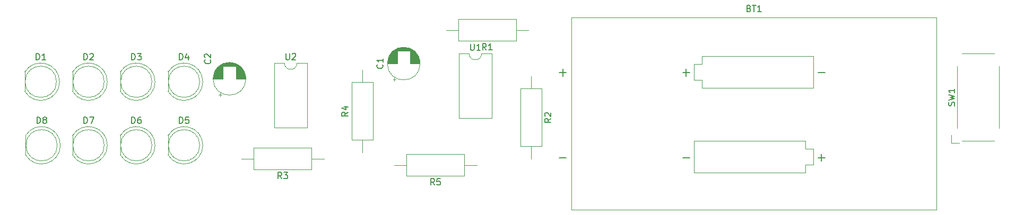
<source format=gbr>
%TF.GenerationSoftware,KiCad,Pcbnew,(6.0.11-0)*%
%TF.CreationDate,2023-01-30T23:51:33+08:00*%
%TF.ProjectId,led_stick,6c65645f-7374-4696-936b-2e6b69636164,rev?*%
%TF.SameCoordinates,Original*%
%TF.FileFunction,Legend,Top*%
%TF.FilePolarity,Positive*%
%FSLAX46Y46*%
G04 Gerber Fmt 4.6, Leading zero omitted, Abs format (unit mm)*
G04 Created by KiCad (PCBNEW (6.0.11-0)) date 2023-01-30 23:51:33*
%MOMM*%
%LPD*%
G01*
G04 APERTURE LIST*
%ADD10C,0.150000*%
%ADD11C,0.120000*%
G04 APERTURE END LIST*
D10*
%TO.C,U2*%
X81026095Y-92001380D02*
X81026095Y-92810904D01*
X81073714Y-92906142D01*
X81121333Y-92953761D01*
X81216571Y-93001380D01*
X81407047Y-93001380D01*
X81502285Y-92953761D01*
X81549904Y-92906142D01*
X81597523Y-92810904D01*
X81597523Y-92001380D01*
X82026095Y-92096619D02*
X82073714Y-92049000D01*
X82168952Y-92001380D01*
X82407047Y-92001380D01*
X82502285Y-92049000D01*
X82549904Y-92096619D01*
X82597523Y-92191857D01*
X82597523Y-92287095D01*
X82549904Y-92429952D01*
X81978476Y-93001380D01*
X82597523Y-93001380D01*
%TO.C,U1*%
X110490095Y-90477380D02*
X110490095Y-91286904D01*
X110537714Y-91382142D01*
X110585333Y-91429761D01*
X110680571Y-91477380D01*
X110871047Y-91477380D01*
X110966285Y-91429761D01*
X111013904Y-91382142D01*
X111061523Y-91286904D01*
X111061523Y-90477380D01*
X112061523Y-91477380D02*
X111490095Y-91477380D01*
X111775809Y-91477380D02*
X111775809Y-90477380D01*
X111680571Y-90620238D01*
X111585333Y-90715476D01*
X111490095Y-90763095D01*
%TO.C,SW1*%
X187702261Y-100350833D02*
X187749880Y-100207976D01*
X187749880Y-99969880D01*
X187702261Y-99874642D01*
X187654642Y-99827023D01*
X187559404Y-99779404D01*
X187464166Y-99779404D01*
X187368928Y-99827023D01*
X187321309Y-99874642D01*
X187273690Y-99969880D01*
X187226071Y-100160357D01*
X187178452Y-100255595D01*
X187130833Y-100303214D01*
X187035595Y-100350833D01*
X186940357Y-100350833D01*
X186845119Y-100303214D01*
X186797500Y-100255595D01*
X186749880Y-100160357D01*
X186749880Y-99922261D01*
X186797500Y-99779404D01*
X186749880Y-99446071D02*
X187749880Y-99207976D01*
X187035595Y-99017500D01*
X187749880Y-98827023D01*
X186749880Y-98588928D01*
X187749880Y-97684166D02*
X187749880Y-98255595D01*
X187749880Y-97969880D02*
X186749880Y-97969880D01*
X186892738Y-98065119D01*
X186987976Y-98160357D01*
X187035595Y-98255595D01*
%TO.C,R5*%
X104735333Y-113027380D02*
X104402000Y-112551190D01*
X104163904Y-113027380D02*
X104163904Y-112027380D01*
X104544857Y-112027380D01*
X104640095Y-112075000D01*
X104687714Y-112122619D01*
X104735333Y-112217857D01*
X104735333Y-112360714D01*
X104687714Y-112455952D01*
X104640095Y-112503571D01*
X104544857Y-112551190D01*
X104163904Y-112551190D01*
X105640095Y-112027380D02*
X105163904Y-112027380D01*
X105116285Y-112503571D01*
X105163904Y-112455952D01*
X105259142Y-112408333D01*
X105497238Y-112408333D01*
X105592476Y-112455952D01*
X105640095Y-112503571D01*
X105687714Y-112598809D01*
X105687714Y-112836904D01*
X105640095Y-112932142D01*
X105592476Y-112979761D01*
X105497238Y-113027380D01*
X105259142Y-113027380D01*
X105163904Y-112979761D01*
X105116285Y-112932142D01*
%TO.C,R4*%
X90950380Y-101385666D02*
X90474190Y-101719000D01*
X90950380Y-101957095D02*
X89950380Y-101957095D01*
X89950380Y-101576142D01*
X89998000Y-101480904D01*
X90045619Y-101433285D01*
X90140857Y-101385666D01*
X90283714Y-101385666D01*
X90378952Y-101433285D01*
X90426571Y-101480904D01*
X90474190Y-101576142D01*
X90474190Y-101957095D01*
X90283714Y-100528523D02*
X90950380Y-100528523D01*
X89902761Y-100766619D02*
X90617047Y-101004714D01*
X90617047Y-100385666D01*
%TO.C,R3*%
X80351333Y-112011380D02*
X80018000Y-111535190D01*
X79779904Y-112011380D02*
X79779904Y-111011380D01*
X80160857Y-111011380D01*
X80256095Y-111059000D01*
X80303714Y-111106619D01*
X80351333Y-111201857D01*
X80351333Y-111344714D01*
X80303714Y-111439952D01*
X80256095Y-111487571D01*
X80160857Y-111535190D01*
X79779904Y-111535190D01*
X80684666Y-111011380D02*
X81303714Y-111011380D01*
X80970380Y-111392333D01*
X81113238Y-111392333D01*
X81208476Y-111439952D01*
X81256095Y-111487571D01*
X81303714Y-111582809D01*
X81303714Y-111820904D01*
X81256095Y-111916142D01*
X81208476Y-111963761D01*
X81113238Y-112011380D01*
X80827523Y-112011380D01*
X80732285Y-111963761D01*
X80684666Y-111916142D01*
%TO.C,R2*%
X123314380Y-102401666D02*
X122838190Y-102735000D01*
X123314380Y-102973095D02*
X122314380Y-102973095D01*
X122314380Y-102592142D01*
X122362000Y-102496904D01*
X122409619Y-102449285D01*
X122504857Y-102401666D01*
X122647714Y-102401666D01*
X122742952Y-102449285D01*
X122790571Y-102496904D01*
X122838190Y-102592142D01*
X122838190Y-102973095D01*
X122409619Y-102020714D02*
X122362000Y-101973095D01*
X122314380Y-101877857D01*
X122314380Y-101639761D01*
X122362000Y-101544523D01*
X122409619Y-101496904D01*
X122504857Y-101449285D01*
X122600095Y-101449285D01*
X122742952Y-101496904D01*
X123314380Y-102068333D01*
X123314380Y-101449285D01*
%TO.C,R1*%
X112990333Y-91437380D02*
X112657000Y-90961190D01*
X112418904Y-91437380D02*
X112418904Y-90437380D01*
X112799857Y-90437380D01*
X112895095Y-90485000D01*
X112942714Y-90532619D01*
X112990333Y-90627857D01*
X112990333Y-90770714D01*
X112942714Y-90865952D01*
X112895095Y-90913571D01*
X112799857Y-90961190D01*
X112418904Y-90961190D01*
X113942714Y-91437380D02*
X113371285Y-91437380D01*
X113657000Y-91437380D02*
X113657000Y-90437380D01*
X113561761Y-90580238D01*
X113466523Y-90675476D01*
X113371285Y-90723095D01*
%TO.C,D8*%
X41298904Y-103172380D02*
X41298904Y-102172380D01*
X41537000Y-102172380D01*
X41679857Y-102220000D01*
X41775095Y-102315238D01*
X41822714Y-102410476D01*
X41870333Y-102600952D01*
X41870333Y-102743809D01*
X41822714Y-102934285D01*
X41775095Y-103029523D01*
X41679857Y-103124761D01*
X41537000Y-103172380D01*
X41298904Y-103172380D01*
X42441761Y-102600952D02*
X42346523Y-102553333D01*
X42298904Y-102505714D01*
X42251285Y-102410476D01*
X42251285Y-102362857D01*
X42298904Y-102267619D01*
X42346523Y-102220000D01*
X42441761Y-102172380D01*
X42632238Y-102172380D01*
X42727476Y-102220000D01*
X42775095Y-102267619D01*
X42822714Y-102362857D01*
X42822714Y-102410476D01*
X42775095Y-102505714D01*
X42727476Y-102553333D01*
X42632238Y-102600952D01*
X42441761Y-102600952D01*
X42346523Y-102648571D01*
X42298904Y-102696190D01*
X42251285Y-102791428D01*
X42251285Y-102981904D01*
X42298904Y-103077142D01*
X42346523Y-103124761D01*
X42441761Y-103172380D01*
X42632238Y-103172380D01*
X42727476Y-103124761D01*
X42775095Y-103077142D01*
X42822714Y-102981904D01*
X42822714Y-102791428D01*
X42775095Y-102696190D01*
X42727476Y-102648571D01*
X42632238Y-102600952D01*
%TO.C,D7*%
X48791904Y-103172380D02*
X48791904Y-102172380D01*
X49030000Y-102172380D01*
X49172857Y-102220000D01*
X49268095Y-102315238D01*
X49315714Y-102410476D01*
X49363333Y-102600952D01*
X49363333Y-102743809D01*
X49315714Y-102934285D01*
X49268095Y-103029523D01*
X49172857Y-103124761D01*
X49030000Y-103172380D01*
X48791904Y-103172380D01*
X49696666Y-102172380D02*
X50363333Y-102172380D01*
X49934761Y-103172380D01*
%TO.C,D6*%
X56411904Y-103172380D02*
X56411904Y-102172380D01*
X56650000Y-102172380D01*
X56792857Y-102220000D01*
X56888095Y-102315238D01*
X56935714Y-102410476D01*
X56983333Y-102600952D01*
X56983333Y-102743809D01*
X56935714Y-102934285D01*
X56888095Y-103029523D01*
X56792857Y-103124761D01*
X56650000Y-103172380D01*
X56411904Y-103172380D01*
X57840476Y-102172380D02*
X57650000Y-102172380D01*
X57554761Y-102220000D01*
X57507142Y-102267619D01*
X57411904Y-102410476D01*
X57364285Y-102600952D01*
X57364285Y-102981904D01*
X57411904Y-103077142D01*
X57459523Y-103124761D01*
X57554761Y-103172380D01*
X57745238Y-103172380D01*
X57840476Y-103124761D01*
X57888095Y-103077142D01*
X57935714Y-102981904D01*
X57935714Y-102743809D01*
X57888095Y-102648571D01*
X57840476Y-102600952D01*
X57745238Y-102553333D01*
X57554761Y-102553333D01*
X57459523Y-102600952D01*
X57411904Y-102648571D01*
X57364285Y-102743809D01*
%TO.C,D5*%
X64031904Y-103172380D02*
X64031904Y-102172380D01*
X64270000Y-102172380D01*
X64412857Y-102220000D01*
X64508095Y-102315238D01*
X64555714Y-102410476D01*
X64603333Y-102600952D01*
X64603333Y-102743809D01*
X64555714Y-102934285D01*
X64508095Y-103029523D01*
X64412857Y-103124761D01*
X64270000Y-103172380D01*
X64031904Y-103172380D01*
X65508095Y-102172380D02*
X65031904Y-102172380D01*
X64984285Y-102648571D01*
X65031904Y-102600952D01*
X65127142Y-102553333D01*
X65365238Y-102553333D01*
X65460476Y-102600952D01*
X65508095Y-102648571D01*
X65555714Y-102743809D01*
X65555714Y-102981904D01*
X65508095Y-103077142D01*
X65460476Y-103124761D01*
X65365238Y-103172380D01*
X65127142Y-103172380D01*
X65031904Y-103124761D01*
X64984285Y-103077142D01*
%TO.C,D4*%
X64031904Y-93012380D02*
X64031904Y-92012380D01*
X64270000Y-92012380D01*
X64412857Y-92060000D01*
X64508095Y-92155238D01*
X64555714Y-92250476D01*
X64603333Y-92440952D01*
X64603333Y-92583809D01*
X64555714Y-92774285D01*
X64508095Y-92869523D01*
X64412857Y-92964761D01*
X64270000Y-93012380D01*
X64031904Y-93012380D01*
X65460476Y-92345714D02*
X65460476Y-93012380D01*
X65222380Y-91964761D02*
X64984285Y-92679047D01*
X65603333Y-92679047D01*
%TO.C,D3*%
X56411904Y-93012380D02*
X56411904Y-92012380D01*
X56650000Y-92012380D01*
X56792857Y-92060000D01*
X56888095Y-92155238D01*
X56935714Y-92250476D01*
X56983333Y-92440952D01*
X56983333Y-92583809D01*
X56935714Y-92774285D01*
X56888095Y-92869523D01*
X56792857Y-92964761D01*
X56650000Y-93012380D01*
X56411904Y-93012380D01*
X57316666Y-92012380D02*
X57935714Y-92012380D01*
X57602380Y-92393333D01*
X57745238Y-92393333D01*
X57840476Y-92440952D01*
X57888095Y-92488571D01*
X57935714Y-92583809D01*
X57935714Y-92821904D01*
X57888095Y-92917142D01*
X57840476Y-92964761D01*
X57745238Y-93012380D01*
X57459523Y-93012380D01*
X57364285Y-92964761D01*
X57316666Y-92917142D01*
%TO.C,D2*%
X48791904Y-93012380D02*
X48791904Y-92012380D01*
X49030000Y-92012380D01*
X49172857Y-92060000D01*
X49268095Y-92155238D01*
X49315714Y-92250476D01*
X49363333Y-92440952D01*
X49363333Y-92583809D01*
X49315714Y-92774285D01*
X49268095Y-92869523D01*
X49172857Y-92964761D01*
X49030000Y-93012380D01*
X48791904Y-93012380D01*
X49744285Y-92107619D02*
X49791904Y-92060000D01*
X49887142Y-92012380D01*
X50125238Y-92012380D01*
X50220476Y-92060000D01*
X50268095Y-92107619D01*
X50315714Y-92202857D01*
X50315714Y-92298095D01*
X50268095Y-92440952D01*
X49696666Y-93012380D01*
X50315714Y-93012380D01*
%TO.C,D1*%
X41171904Y-93012380D02*
X41171904Y-92012380D01*
X41410000Y-92012380D01*
X41552857Y-92060000D01*
X41648095Y-92155238D01*
X41695714Y-92250476D01*
X41743333Y-92440952D01*
X41743333Y-92583809D01*
X41695714Y-92774285D01*
X41648095Y-92869523D01*
X41552857Y-92964761D01*
X41410000Y-93012380D01*
X41171904Y-93012380D01*
X42695714Y-93012380D02*
X42124285Y-93012380D01*
X42410000Y-93012380D02*
X42410000Y-92012380D01*
X42314761Y-92155238D01*
X42219523Y-92250476D01*
X42124285Y-92298095D01*
%TO.C,C2*%
X68937142Y-93003666D02*
X68984761Y-93051285D01*
X69032380Y-93194142D01*
X69032380Y-93289380D01*
X68984761Y-93432238D01*
X68889523Y-93527476D01*
X68794285Y-93575095D01*
X68603809Y-93622714D01*
X68460952Y-93622714D01*
X68270476Y-93575095D01*
X68175238Y-93527476D01*
X68080000Y-93432238D01*
X68032380Y-93289380D01*
X68032380Y-93194142D01*
X68080000Y-93051285D01*
X68127619Y-93003666D01*
X68127619Y-92622714D02*
X68080000Y-92575095D01*
X68032380Y-92479857D01*
X68032380Y-92241761D01*
X68080000Y-92146523D01*
X68127619Y-92098904D01*
X68222857Y-92051285D01*
X68318095Y-92051285D01*
X68460952Y-92098904D01*
X69032380Y-92670333D01*
X69032380Y-92051285D01*
%TO.C,C1*%
X96429142Y-93781666D02*
X96476761Y-93829285D01*
X96524380Y-93972142D01*
X96524380Y-94067380D01*
X96476761Y-94210238D01*
X96381523Y-94305476D01*
X96286285Y-94353095D01*
X96095809Y-94400714D01*
X95952952Y-94400714D01*
X95762476Y-94353095D01*
X95667238Y-94305476D01*
X95572000Y-94210238D01*
X95524380Y-94067380D01*
X95524380Y-93972142D01*
X95572000Y-93829285D01*
X95619619Y-93781666D01*
X96524380Y-92829285D02*
X96524380Y-93400714D01*
X96524380Y-93115000D02*
X95524380Y-93115000D01*
X95667238Y-93210238D01*
X95762476Y-93305476D01*
X95810095Y-93400714D01*
%TO.C,BT1*%
X154914285Y-84778571D02*
X155057142Y-84826190D01*
X155104761Y-84873809D01*
X155152380Y-84969047D01*
X155152380Y-85111904D01*
X155104761Y-85207142D01*
X155057142Y-85254761D01*
X154961904Y-85302380D01*
X154580952Y-85302380D01*
X154580952Y-84302380D01*
X154914285Y-84302380D01*
X155009523Y-84350000D01*
X155057142Y-84397619D01*
X155104761Y-84492857D01*
X155104761Y-84588095D01*
X155057142Y-84683333D01*
X155009523Y-84730952D01*
X154914285Y-84778571D01*
X154580952Y-84778571D01*
X155438095Y-84302380D02*
X156009523Y-84302380D01*
X155723809Y-85302380D02*
X155723809Y-84302380D01*
X156866666Y-85302380D02*
X156295238Y-85302380D01*
X156580952Y-85302380D02*
X156580952Y-84302380D01*
X156485714Y-84445238D01*
X156390476Y-84540476D01*
X156295238Y-84588095D01*
X124628571Y-108657142D02*
X125771428Y-108657142D01*
X165923571Y-95067142D02*
X167066428Y-95067142D01*
X144333571Y-95067142D02*
X145476428Y-95067142D01*
X144905000Y-95638571D02*
X144905000Y-94495714D01*
X144333571Y-108657142D02*
X145476428Y-108657142D01*
X124628571Y-95067142D02*
X125771428Y-95067142D01*
X125200000Y-95638571D02*
X125200000Y-94495714D01*
X165923571Y-108657142D02*
X167066428Y-108657142D01*
X166495000Y-109228571D02*
X166495000Y-108085714D01*
D11*
%TO.C,U2*%
X84438000Y-93549000D02*
X82788000Y-93549000D01*
X79138000Y-93549000D02*
X79138000Y-103829000D01*
X84438000Y-103829000D02*
X84438000Y-93549000D01*
X80788000Y-93549000D02*
X79138000Y-93549000D01*
X79138000Y-103829000D02*
X84438000Y-103829000D01*
X80788000Y-93549000D02*
G75*
G03*
X82788000Y-93549000I1000000J0D01*
G01*
%TO.C,U1*%
X113902000Y-92025000D02*
X112252000Y-92025000D01*
X108602000Y-92025000D02*
X108602000Y-102305000D01*
X113902000Y-102305000D02*
X113902000Y-92025000D01*
X110252000Y-92025000D02*
X108602000Y-92025000D01*
X108602000Y-102305000D02*
X113902000Y-102305000D01*
X110252000Y-92025000D02*
G75*
G03*
X112252000Y-92025000I1000000J0D01*
G01*
%TO.C,SW1*%
X194097500Y-106017500D02*
X188897500Y-106017500D01*
X188147500Y-103967500D02*
X188147500Y-94067500D01*
X188497500Y-106317500D02*
X187197500Y-106317500D01*
X187197500Y-106317500D02*
X187197500Y-105017500D01*
X194847500Y-94067500D02*
X194847500Y-103967500D01*
X188897500Y-92017500D02*
X194097500Y-92017500D01*
%TO.C,R5*%
X98322000Y-109855000D02*
X100282000Y-109855000D01*
X100282000Y-108135000D02*
X100282000Y-111575000D01*
X111482000Y-109855000D02*
X109522000Y-109855000D01*
X100282000Y-111575000D02*
X109522000Y-111575000D01*
X109522000Y-111575000D02*
X109522000Y-108135000D01*
X109522000Y-108135000D02*
X100282000Y-108135000D01*
%TO.C,R4*%
X93218000Y-94639000D02*
X93218000Y-96599000D01*
X94938000Y-96599000D02*
X91498000Y-96599000D01*
X93218000Y-107799000D02*
X93218000Y-105839000D01*
X91498000Y-96599000D02*
X91498000Y-105839000D01*
X91498000Y-105839000D02*
X94938000Y-105839000D01*
X94938000Y-105839000D02*
X94938000Y-96599000D01*
%TO.C,R3*%
X73938000Y-108839000D02*
X75898000Y-108839000D01*
X75898000Y-107119000D02*
X75898000Y-110559000D01*
X87098000Y-108839000D02*
X85138000Y-108839000D01*
X75898000Y-110559000D02*
X85138000Y-110559000D01*
X85138000Y-110559000D02*
X85138000Y-107119000D01*
X85138000Y-107119000D02*
X75898000Y-107119000D01*
%TO.C,R2*%
X120142000Y-108815000D02*
X120142000Y-106855000D01*
X118422000Y-106855000D02*
X121862000Y-106855000D01*
X120142000Y-95655000D02*
X120142000Y-97615000D01*
X121862000Y-106855000D02*
X121862000Y-97615000D01*
X121862000Y-97615000D02*
X118422000Y-97615000D01*
X118422000Y-97615000D02*
X118422000Y-106855000D01*
%TO.C,R1*%
X106577000Y-88265000D02*
X108537000Y-88265000D01*
X108537000Y-86545000D02*
X108537000Y-89985000D01*
X119737000Y-88265000D02*
X117777000Y-88265000D01*
X108537000Y-89985000D02*
X117777000Y-89985000D01*
X117777000Y-89985000D02*
X117777000Y-86545000D01*
X117777000Y-86545000D02*
X108537000Y-86545000D01*
%TO.C,D8*%
X39477000Y-105135000D02*
X39477000Y-108225000D01*
X39477000Y-108224830D02*
G75*
G03*
X45027000Y-106679538I2560000J1544830D01*
G01*
X45027000Y-106680462D02*
G75*
G03*
X39477000Y-105135170I-2990000J462D01*
G01*
X44537000Y-106680000D02*
G75*
G03*
X44537000Y-106680000I-2500000J0D01*
G01*
%TO.C,D7*%
X46970000Y-105135000D02*
X46970000Y-108225000D01*
X46970000Y-108224830D02*
G75*
G03*
X52520000Y-106679538I2560000J1544830D01*
G01*
X52520000Y-106680462D02*
G75*
G03*
X46970000Y-105135170I-2990000J462D01*
G01*
X52030000Y-106680000D02*
G75*
G03*
X52030000Y-106680000I-2500000J0D01*
G01*
%TO.C,D6*%
X54590000Y-105135000D02*
X54590000Y-108225000D01*
X54590000Y-108224830D02*
G75*
G03*
X60140000Y-106679538I2560000J1544830D01*
G01*
X60140000Y-106680462D02*
G75*
G03*
X54590000Y-105135170I-2990000J462D01*
G01*
X59650000Y-106680000D02*
G75*
G03*
X59650000Y-106680000I-2500000J0D01*
G01*
%TO.C,D5*%
X62210000Y-105135000D02*
X62210000Y-108225000D01*
X62210000Y-108224830D02*
G75*
G03*
X67760000Y-106679538I2560000J1544830D01*
G01*
X67760000Y-106680462D02*
G75*
G03*
X62210000Y-105135170I-2990000J462D01*
G01*
X67270000Y-106680000D02*
G75*
G03*
X67270000Y-106680000I-2500000J0D01*
G01*
%TO.C,D4*%
X62210000Y-94975000D02*
X62210000Y-98065000D01*
X62210000Y-98064830D02*
G75*
G03*
X67760000Y-96519538I2560000J1544830D01*
G01*
X67760000Y-96520462D02*
G75*
G03*
X62210000Y-94975170I-2990000J462D01*
G01*
X67270000Y-96520000D02*
G75*
G03*
X67270000Y-96520000I-2500000J0D01*
G01*
%TO.C,D3*%
X54590000Y-94975000D02*
X54590000Y-98065000D01*
X54590000Y-98064830D02*
G75*
G03*
X60140000Y-96519538I2560000J1544830D01*
G01*
X60140000Y-96520462D02*
G75*
G03*
X54590000Y-94975170I-2990000J462D01*
G01*
X59650000Y-96520000D02*
G75*
G03*
X59650000Y-96520000I-2500000J0D01*
G01*
%TO.C,D2*%
X46970000Y-94975000D02*
X46970000Y-98065000D01*
X46970000Y-98064830D02*
G75*
G03*
X52520000Y-96519538I2560000J1544830D01*
G01*
X52520000Y-96520462D02*
G75*
G03*
X46970000Y-94975170I-2990000J462D01*
G01*
X52030000Y-96520000D02*
G75*
G03*
X52030000Y-96520000I-2500000J0D01*
G01*
%TO.C,D1*%
X39350000Y-94975000D02*
X39350000Y-98065000D01*
X39350000Y-98064830D02*
G75*
G03*
X44900000Y-96519538I2560000J1544830D01*
G01*
X44900000Y-96520462D02*
G75*
G03*
X39350000Y-94975170I-2990000J462D01*
G01*
X44410000Y-96520000D02*
G75*
G03*
X44410000Y-96520000I-2500000J0D01*
G01*
%TO.C,C2*%
X73053000Y-94042732D02*
X73666000Y-94042732D01*
X73053000Y-94722732D02*
X74237000Y-94722732D01*
X73053000Y-95843732D02*
X74586000Y-95843732D01*
X69745000Y-94802732D02*
X70973000Y-94802732D01*
X69684000Y-94922732D02*
X70973000Y-94922732D01*
X69703000Y-94882732D02*
X70973000Y-94882732D01*
X70042000Y-94362732D02*
X70973000Y-94362732D01*
X73053000Y-94082732D02*
X73712000Y-94082732D01*
X73053000Y-94402732D02*
X74017000Y-94402732D01*
X69437000Y-95883732D02*
X70973000Y-95883732D01*
X69948000Y-94482732D02*
X70973000Y-94482732D01*
X73053000Y-96003732D02*
X74593000Y-96003732D01*
X73053000Y-95322732D02*
X74493000Y-95322732D01*
X69585000Y-95162732D02*
X70973000Y-95162732D01*
X69599000Y-95122732D02*
X70973000Y-95122732D01*
X70112000Y-94282732D02*
X70973000Y-94282732D01*
X69502000Y-95443732D02*
X70973000Y-95443732D01*
X73053000Y-95803732D02*
X74582000Y-95803732D01*
X73053000Y-95202732D02*
X74455000Y-95202732D01*
X73053000Y-95483732D02*
X74533000Y-95483732D01*
X73053000Y-94762732D02*
X74260000Y-94762732D01*
X73053000Y-94642732D02*
X74188000Y-94642732D01*
X73053000Y-95923732D02*
X74591000Y-95923732D01*
X69485000Y-95523732D02*
X70973000Y-95523732D01*
X69864000Y-94602732D02*
X70973000Y-94602732D01*
X70187000Y-94202732D02*
X70973000Y-94202732D01*
X70360000Y-94042732D02*
X70973000Y-94042732D01*
X73053000Y-95002732D02*
X74378000Y-95002732D01*
X69433000Y-96043732D02*
X70973000Y-96043732D01*
X69452000Y-95723732D02*
X70973000Y-95723732D01*
X69648000Y-95002732D02*
X70973000Y-95002732D01*
X69477000Y-95563732D02*
X70973000Y-95563732D01*
X71208000Y-93562732D02*
X72818000Y-93562732D01*
X70762000Y-93762732D02*
X73264000Y-93762732D01*
X70513000Y-93922732D02*
X73513000Y-93922732D01*
X73053000Y-95683732D02*
X74569000Y-95683732D01*
X73053000Y-94962732D02*
X74361000Y-94962732D01*
X71336000Y-93522732D02*
X72690000Y-93522732D01*
X73053000Y-94482732D02*
X74078000Y-94482732D01*
X73053000Y-94522732D02*
X74108000Y-94522732D01*
X69545000Y-95282732D02*
X70973000Y-95282732D01*
X73053000Y-95042732D02*
X74395000Y-95042732D01*
X73053000Y-95162732D02*
X74441000Y-95162732D01*
X69665000Y-94962732D02*
X70973000Y-94962732D01*
X73053000Y-94802732D02*
X74281000Y-94802732D01*
X70228000Y-94162732D02*
X70973000Y-94162732D01*
X69918000Y-94522732D02*
X70973000Y-94522732D01*
X73053000Y-95723732D02*
X74574000Y-95723732D01*
X73053000Y-95122732D02*
X74427000Y-95122732D01*
X73053000Y-95082732D02*
X74411000Y-95082732D01*
X73053000Y-95883732D02*
X74589000Y-95883732D01*
X69631000Y-95042732D02*
X70973000Y-95042732D01*
X69522000Y-95363732D02*
X70973000Y-95363732D01*
X71002000Y-93642732D02*
X73024000Y-93642732D01*
X70459000Y-93962732D02*
X73567000Y-93962732D01*
X71098000Y-93602732D02*
X72928000Y-93602732D01*
X70538000Y-98848507D02*
X70538000Y-98348507D01*
X73053000Y-96043732D02*
X74593000Y-96043732D01*
X69558000Y-95242732D02*
X70973000Y-95242732D01*
X69891000Y-94562732D02*
X70973000Y-94562732D01*
X73053000Y-94842732D02*
X74303000Y-94842732D01*
X69813000Y-94682732D02*
X70973000Y-94682732D01*
X70149000Y-94242732D02*
X70973000Y-94242732D01*
X73053000Y-94122732D02*
X73756000Y-94122732D01*
X70915000Y-93682732D02*
X73111000Y-93682732D01*
X69435000Y-95923732D02*
X70973000Y-95923732D01*
X69448000Y-95763732D02*
X70973000Y-95763732D01*
X69434000Y-95963732D02*
X70973000Y-95963732D01*
X69440000Y-95843732D02*
X70973000Y-95843732D01*
X73053000Y-94242732D02*
X73877000Y-94242732D01*
X73053000Y-94922732D02*
X74342000Y-94922732D01*
X71495000Y-93482732D02*
X72531000Y-93482732D01*
X71729000Y-93442732D02*
X72297000Y-93442732D01*
X73053000Y-95443732D02*
X74524000Y-95443732D01*
X73053000Y-94322732D02*
X73950000Y-94322732D01*
X73053000Y-94882732D02*
X74323000Y-94882732D01*
X73053000Y-95643732D02*
X74563000Y-95643732D01*
X70694000Y-93802732D02*
X73332000Y-93802732D01*
X70630000Y-93842732D02*
X73396000Y-93842732D01*
X69615000Y-95082732D02*
X70973000Y-95082732D01*
X69766000Y-94762732D02*
X70973000Y-94762732D01*
X70835000Y-93722732D02*
X73191000Y-93722732D01*
X73053000Y-94682732D02*
X74213000Y-94682732D01*
X70270000Y-94122732D02*
X70973000Y-94122732D01*
X69978000Y-94442732D02*
X70973000Y-94442732D01*
X70408000Y-94002732D02*
X73618000Y-94002732D01*
X73053000Y-94562732D02*
X74135000Y-94562732D01*
X73053000Y-95282732D02*
X74481000Y-95282732D01*
X73053000Y-95523732D02*
X74541000Y-95523732D01*
X69571000Y-95202732D02*
X70973000Y-95202732D01*
X69457000Y-95683732D02*
X70973000Y-95683732D01*
X73053000Y-95603732D02*
X74556000Y-95603732D01*
X70570000Y-93882732D02*
X73456000Y-93882732D01*
X73053000Y-94202732D02*
X73839000Y-94202732D01*
X73053000Y-95242732D02*
X74468000Y-95242732D01*
X73053000Y-95763732D02*
X74578000Y-95763732D01*
X73053000Y-95963732D02*
X74592000Y-95963732D01*
X73053000Y-95363732D02*
X74504000Y-95363732D01*
X73053000Y-94162732D02*
X73798000Y-94162732D01*
X69533000Y-95322732D02*
X70973000Y-95322732D01*
X70009000Y-94402732D02*
X70973000Y-94402732D01*
X73053000Y-94602732D02*
X74162000Y-94602732D01*
X69838000Y-94642732D02*
X70973000Y-94642732D01*
X69723000Y-94842732D02*
X70973000Y-94842732D01*
X69444000Y-95803732D02*
X70973000Y-95803732D01*
X70076000Y-94322732D02*
X70973000Y-94322732D01*
X69470000Y-95603732D02*
X70973000Y-95603732D01*
X73053000Y-95403732D02*
X74514000Y-95403732D01*
X69789000Y-94722732D02*
X70973000Y-94722732D01*
X70288000Y-98598507D02*
X70788000Y-98598507D01*
X69463000Y-95643732D02*
X70973000Y-95643732D01*
X73053000Y-94362732D02*
X73984000Y-94362732D01*
X73053000Y-95563732D02*
X74549000Y-95563732D01*
X69493000Y-95483732D02*
X70973000Y-95483732D01*
X73053000Y-94442732D02*
X74048000Y-94442732D01*
X73053000Y-94282732D02*
X73914000Y-94282732D01*
X69433000Y-96003732D02*
X70973000Y-96003732D01*
X69512000Y-95403732D02*
X70973000Y-95403732D01*
X70314000Y-94082732D02*
X70973000Y-94082732D01*
X74633000Y-96043732D02*
G75*
G03*
X74633000Y-96043732I-2620000J0D01*
G01*
%TO.C,C1*%
X100862000Y-91614000D02*
X101475000Y-91614000D01*
X100862000Y-92294000D02*
X102046000Y-92294000D01*
X100862000Y-93415000D02*
X102395000Y-93415000D01*
X97554000Y-92374000D02*
X98782000Y-92374000D01*
X97493000Y-92494000D02*
X98782000Y-92494000D01*
X97512000Y-92454000D02*
X98782000Y-92454000D01*
X97851000Y-91934000D02*
X98782000Y-91934000D01*
X100862000Y-91654000D02*
X101521000Y-91654000D01*
X100862000Y-91974000D02*
X101826000Y-91974000D01*
X97246000Y-93455000D02*
X98782000Y-93455000D01*
X97757000Y-92054000D02*
X98782000Y-92054000D01*
X100862000Y-93575000D02*
X102402000Y-93575000D01*
X100862000Y-92894000D02*
X102302000Y-92894000D01*
X97394000Y-92734000D02*
X98782000Y-92734000D01*
X97408000Y-92694000D02*
X98782000Y-92694000D01*
X97921000Y-91854000D02*
X98782000Y-91854000D01*
X97311000Y-93015000D02*
X98782000Y-93015000D01*
X100862000Y-93375000D02*
X102391000Y-93375000D01*
X100862000Y-92774000D02*
X102264000Y-92774000D01*
X100862000Y-93055000D02*
X102342000Y-93055000D01*
X100862000Y-92334000D02*
X102069000Y-92334000D01*
X100862000Y-92214000D02*
X101997000Y-92214000D01*
X100862000Y-93495000D02*
X102400000Y-93495000D01*
X97294000Y-93095000D02*
X98782000Y-93095000D01*
X97673000Y-92174000D02*
X98782000Y-92174000D01*
X97996000Y-91774000D02*
X98782000Y-91774000D01*
X98169000Y-91614000D02*
X98782000Y-91614000D01*
X100862000Y-92574000D02*
X102187000Y-92574000D01*
X97242000Y-93615000D02*
X98782000Y-93615000D01*
X97261000Y-93295000D02*
X98782000Y-93295000D01*
X97457000Y-92574000D02*
X98782000Y-92574000D01*
X97286000Y-93135000D02*
X98782000Y-93135000D01*
X99017000Y-91134000D02*
X100627000Y-91134000D01*
X98571000Y-91334000D02*
X101073000Y-91334000D01*
X98322000Y-91494000D02*
X101322000Y-91494000D01*
X100862000Y-93255000D02*
X102378000Y-93255000D01*
X100862000Y-92534000D02*
X102170000Y-92534000D01*
X99145000Y-91094000D02*
X100499000Y-91094000D01*
X100862000Y-92054000D02*
X101887000Y-92054000D01*
X100862000Y-92094000D02*
X101917000Y-92094000D01*
X97354000Y-92854000D02*
X98782000Y-92854000D01*
X100862000Y-92614000D02*
X102204000Y-92614000D01*
X100862000Y-92734000D02*
X102250000Y-92734000D01*
X97474000Y-92534000D02*
X98782000Y-92534000D01*
X100862000Y-92374000D02*
X102090000Y-92374000D01*
X98037000Y-91734000D02*
X98782000Y-91734000D01*
X97727000Y-92094000D02*
X98782000Y-92094000D01*
X100862000Y-93295000D02*
X102383000Y-93295000D01*
X100862000Y-92694000D02*
X102236000Y-92694000D01*
X100862000Y-92654000D02*
X102220000Y-92654000D01*
X100862000Y-93455000D02*
X102398000Y-93455000D01*
X97440000Y-92614000D02*
X98782000Y-92614000D01*
X97331000Y-92935000D02*
X98782000Y-92935000D01*
X98811000Y-91214000D02*
X100833000Y-91214000D01*
X98268000Y-91534000D02*
X101376000Y-91534000D01*
X98907000Y-91174000D02*
X100737000Y-91174000D01*
X98347000Y-96419775D02*
X98347000Y-95919775D01*
X100862000Y-93615000D02*
X102402000Y-93615000D01*
X97367000Y-92814000D02*
X98782000Y-92814000D01*
X97700000Y-92134000D02*
X98782000Y-92134000D01*
X100862000Y-92414000D02*
X102112000Y-92414000D01*
X97622000Y-92254000D02*
X98782000Y-92254000D01*
X97958000Y-91814000D02*
X98782000Y-91814000D01*
X100862000Y-91694000D02*
X101565000Y-91694000D01*
X98724000Y-91254000D02*
X100920000Y-91254000D01*
X97244000Y-93495000D02*
X98782000Y-93495000D01*
X97257000Y-93335000D02*
X98782000Y-93335000D01*
X97243000Y-93535000D02*
X98782000Y-93535000D01*
X97249000Y-93415000D02*
X98782000Y-93415000D01*
X100862000Y-91814000D02*
X101686000Y-91814000D01*
X100862000Y-92494000D02*
X102151000Y-92494000D01*
X99304000Y-91054000D02*
X100340000Y-91054000D01*
X99538000Y-91014000D02*
X100106000Y-91014000D01*
X100862000Y-93015000D02*
X102333000Y-93015000D01*
X100862000Y-91894000D02*
X101759000Y-91894000D01*
X100862000Y-92454000D02*
X102132000Y-92454000D01*
X100862000Y-93215000D02*
X102372000Y-93215000D01*
X98503000Y-91374000D02*
X101141000Y-91374000D01*
X98439000Y-91414000D02*
X101205000Y-91414000D01*
X97424000Y-92654000D02*
X98782000Y-92654000D01*
X97575000Y-92334000D02*
X98782000Y-92334000D01*
X98644000Y-91294000D02*
X101000000Y-91294000D01*
X100862000Y-92254000D02*
X102022000Y-92254000D01*
X98079000Y-91694000D02*
X98782000Y-91694000D01*
X97787000Y-92014000D02*
X98782000Y-92014000D01*
X98217000Y-91574000D02*
X101427000Y-91574000D01*
X100862000Y-92134000D02*
X101944000Y-92134000D01*
X100862000Y-92854000D02*
X102290000Y-92854000D01*
X100862000Y-93095000D02*
X102350000Y-93095000D01*
X97380000Y-92774000D02*
X98782000Y-92774000D01*
X97266000Y-93255000D02*
X98782000Y-93255000D01*
X100862000Y-93175000D02*
X102365000Y-93175000D01*
X98379000Y-91454000D02*
X101265000Y-91454000D01*
X100862000Y-91774000D02*
X101648000Y-91774000D01*
X100862000Y-92814000D02*
X102277000Y-92814000D01*
X100862000Y-93335000D02*
X102387000Y-93335000D01*
X100862000Y-93535000D02*
X102401000Y-93535000D01*
X100862000Y-92935000D02*
X102313000Y-92935000D01*
X100862000Y-91734000D02*
X101607000Y-91734000D01*
X97342000Y-92894000D02*
X98782000Y-92894000D01*
X97818000Y-91974000D02*
X98782000Y-91974000D01*
X100862000Y-92174000D02*
X101971000Y-92174000D01*
X97647000Y-92214000D02*
X98782000Y-92214000D01*
X97532000Y-92414000D02*
X98782000Y-92414000D01*
X97253000Y-93375000D02*
X98782000Y-93375000D01*
X97885000Y-91894000D02*
X98782000Y-91894000D01*
X97279000Y-93175000D02*
X98782000Y-93175000D01*
X100862000Y-92975000D02*
X102323000Y-92975000D01*
X97598000Y-92294000D02*
X98782000Y-92294000D01*
X98097000Y-96169775D02*
X98597000Y-96169775D01*
X97272000Y-93215000D02*
X98782000Y-93215000D01*
X100862000Y-91934000D02*
X101793000Y-91934000D01*
X100862000Y-93135000D02*
X102358000Y-93135000D01*
X97302000Y-93055000D02*
X98782000Y-93055000D01*
X100862000Y-92014000D02*
X101857000Y-92014000D01*
X100862000Y-91854000D02*
X101723000Y-91854000D01*
X97242000Y-93575000D02*
X98782000Y-93575000D01*
X97321000Y-92975000D02*
X98782000Y-92975000D01*
X98123000Y-91654000D02*
X98782000Y-91654000D01*
X102442000Y-93615000D02*
G75*
G03*
X102442000Y-93615000I-2620000J0D01*
G01*
%TO.C,BT1*%
X126600000Y-86250000D02*
X126600000Y-116950000D01*
X146175000Y-106010000D02*
X146175000Y-111090000D01*
X165225000Y-97500000D02*
X147445000Y-97500000D01*
X163955000Y-106010000D02*
X146175000Y-106010000D01*
X146175000Y-93690000D02*
X147445000Y-93690000D01*
X163955000Y-109820000D02*
X165225000Y-109820000D01*
X165225000Y-107280000D02*
X163955000Y-107280000D01*
X165225000Y-92420000D02*
X165225000Y-97500000D01*
X147445000Y-96230000D02*
X146175000Y-96230000D01*
X147445000Y-93690000D02*
X147445000Y-92420000D01*
X165225000Y-109820000D02*
X165225000Y-107280000D01*
X163955000Y-107280000D02*
X163955000Y-106010000D01*
X146175000Y-96230000D02*
X146175000Y-93690000D01*
X126600000Y-116950000D02*
X184800000Y-116950000D01*
X147445000Y-92420000D02*
X165225000Y-92420000D01*
X147445000Y-97500000D02*
X147445000Y-96230000D01*
X163955000Y-111090000D02*
X163955000Y-109820000D01*
X146175000Y-111090000D02*
X163955000Y-111090000D01*
X184800000Y-86250000D02*
X126600000Y-86250000D01*
X184800000Y-116950000D02*
X184800000Y-86250000D01*
%TD*%
M02*

</source>
